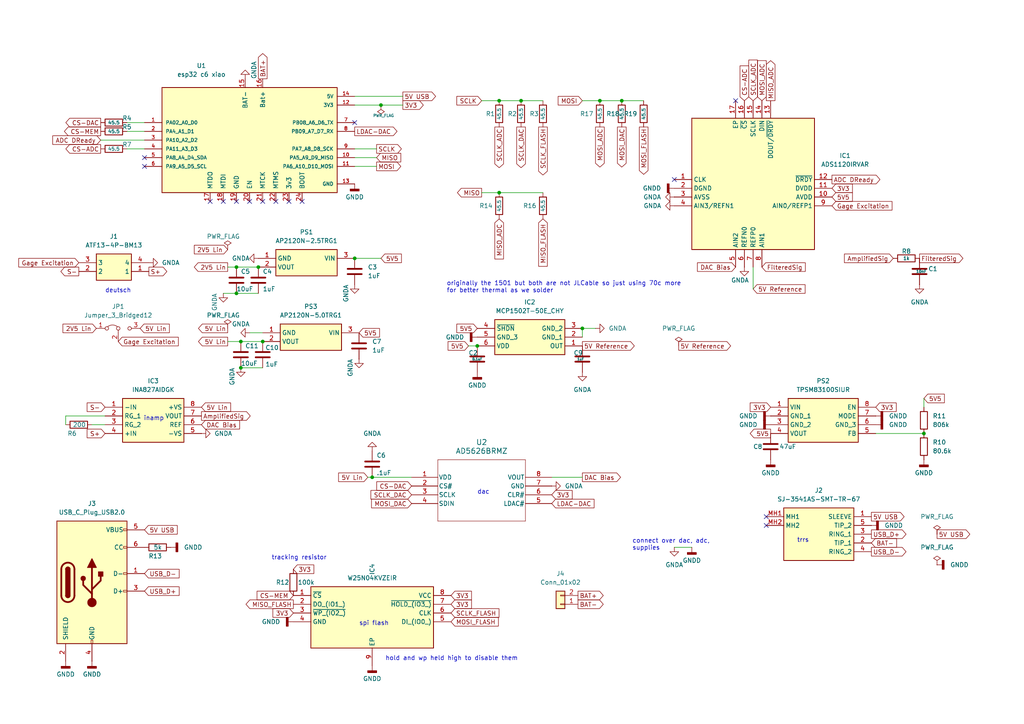
<source format=kicad_sch>
(kicad_sch (version 20231120) (generator "eeschema") (generator_version "8.0")
  (paper "A4")
  (junction (at 69.85 99.06))
  (junction (at 69.85 106.68))
  (junction (at 144.78 55.88))
  (junction (at 74.93 77.47))
  (junction (at 68.58 85.09))
  (junction (at 180.34 29.21))
  (junction (at 107.95 138.43))
  (junction (at 102.87 74.93))
  (junction (at 168.91 95.25))
  (junction (at 267.97 125.73))
  (junction (at 144.78 29.21))
  (junction (at 138.43 100.33))
  (junction (at 76.2 99.06))
  (junction (at 110.49 30.48))
  (junction (at 173.99 29.21))
  (junction (at 151.13 29.21))
  (junction (at 68.58 77.47))
  (no_connect (at 41.91 45.72))
  (no_connect (at 222.25 152.4))
  (no_connect (at 213.36 29.21))
  (no_connect (at 80.01 58.42))
  (no_connect (at 83.82 58.42))
  (no_connect (at 76.2 58.42))
  (no_connect (at 102.87 35.56))
  (no_connect (at 64.77 58.42))
  (no_connect (at 60.96 58.42))
  (no_connect (at 41.91 48.26))
  (no_connect (at 87.63 58.42))
  (no_connect (at 68.58 58.42))
  (no_connect (at 195.58 52.07))
  (no_connect (at 222.25 149.86))
  (no_connect (at 72.39 58.42))
  (wire (pts (xy 72.39 96.52) (xy 76.2 96.52)))
  (wire (pts (xy 26.67 123.19) (xy 30.48 123.19)))
  (wire (pts (xy 218.44 77.47) (xy 218.44 83.82)))
  (wire (pts (xy 36.83 38.1) (xy 41.91 38.1)))
  (wire (pts (xy 109.22 43.18) (xy 102.87 43.18)))
  (wire (pts (xy 254 125.73) (xy 267.97 125.73)))
  (wire (pts (xy 168.91 138.43) (xy 160.02 138.43)))
  (wire (pts (xy 107.95 138.43) (xy 119.38 138.43)))
  (wire (pts (xy 139.7 55.88) (xy 144.78 55.88)))
  (wire (pts (xy 195.58 158.75) (xy 200.66 158.75)))
  (wire (pts (xy 135.89 100.33) (xy 138.43 100.33)))
  (wire (pts (xy 69.85 106.68) (xy 76.2 106.68)))
  (wire (pts (xy 66.04 77.47) (xy 68.58 77.47)))
  (wire (pts (xy 102.87 27.94) (xy 116.84 27.94)))
  (wire (pts (xy 151.13 29.21) (xy 157.48 29.21)))
  (wire (pts (xy 29.21 40.64) (xy 41.91 40.64)))
  (wire (pts (xy 64.77 85.09) (xy 68.58 85.09)))
  (wire (pts (xy 36.83 43.18) (xy 41.91 43.18)))
  (wire (pts (xy 267.97 115.57) (xy 267.97 118.11)))
  (wire (pts (xy 102.87 30.48) (xy 110.49 30.48)))
  (wire (pts (xy 139.7 29.21) (xy 144.78 29.21)))
  (wire (pts (xy 109.22 45.72) (xy 102.87 45.72)))
  (wire (pts (xy 168.91 95.25) (xy 168.91 97.79)))
  (wire (pts (xy 180.34 29.21) (xy 186.69 29.21)))
  (wire (pts (xy 19.05 120.65) (xy 19.05 123.19)))
  (wire (pts (xy 106.68 138.43) (xy 107.95 138.43)))
  (wire (pts (xy 144.78 29.21) (xy 151.13 29.21)))
  (wire (pts (xy 36.83 35.56) (xy 41.91 35.56)))
  (wire (pts (xy 66.04 99.06) (xy 69.85 99.06)))
  (wire (pts (xy 68.58 77.47) (xy 74.93 77.47)))
  (wire (pts (xy 68.58 85.09) (xy 74.93 85.09)))
  (wire (pts (xy 69.85 99.06) (xy 76.2 99.06)))
  (wire (pts (xy 173.99 29.21) (xy 180.34 29.21)))
  (wire (pts (xy 168.91 29.21) (xy 173.99 29.21)))
  (wire (pts (xy 30.48 120.65) (xy 19.05 120.65)))
  (wire (pts (xy 109.22 48.26) (xy 102.87 48.26)))
  (wire (pts (xy 110.49 74.93) (xy 102.87 74.93)))
  (wire (pts (xy 110.49 30.48) (xy 116.84 30.48)))
  (wire (pts (xy 144.78 55.88) (xy 157.48 55.88)))
  (wire (pts (xy 168.91 95.25) (xy 172.72 95.25)))
  (text "deutsch" (at 30.48 85.09 0) (effects (font (size 1.27 1.27)) (justify left bottom)))
  (text "connect over dac, adc,\nsupplies" (at 183.388 159.766 0) (effects (font (size 1.27 1.27)) (justify left bottom)))
  (text "originally the 1501 but both are not JLCable so just using 70c more \nfor better thermal as we solder" (at 129.54 85.09 0) (effects (font (size 1.27 1.27)) (justify left bottom)))
  (text "trrs" (at 231.14 157.48 0) (effects (font (size 1.27 1.27)) (justify left bottom)))
  (text "spi flash" (at 104.14 181.61 0) (effects (font (size 1.27 1.27)) (justify left bottom)))
  (text "hold and wp held high to disable them" (at 111.76 191.77 0) (effects (font (size 1.27 1.27)) (justify left bottom)))
  (text "dac" (at 138.43 143.51 0) (effects (font (size 1.27 1.27)) (justify left bottom)))
  (text "inamp" (at 41.656 122.174 0) (effects (font (size 1.27 1.27)) (justify left bottom)))
  (text "tracking resistor" (at 78.74 162.56 0) (effects (font (size 1.27 1.27)) (justify left bottom)))
  (global_label "BAT+" (shape output) (at 76.2 22.86 90) (property "Intersheetrefs" "${INTERSHEET_REFS}" (effects (hide yes))))
  (global_label "5V5" (shape output) (at 223.52 125.73 180) (property "Intersheetrefs" "${INTERSHEET_REFS}" (effects (hide yes))))
  (global_label "SCLK_ADC" (shape output) (at 144.78 36.83 270) (property "Intersheetrefs" "${INTERSHEET_REFS}" (effects (hide yes))))
  (global_label "LDAC-DAC" (shape input) (at 160.02 146.05 0) (property "Intersheetrefs" "${INTERSHEET_REFS}" (effects (hide yes))))
  (global_label "5V5" (shape input) (at 104.14 96.52 0) (property "Intersheetrefs" "${INTERSHEET_REFS}" (effects (hide yes))))
  (global_label "AmplifiedSig" (shape output) (at 58.42 120.65 0) (property "Intersheetrefs" "${INTERSHEET_REFS}" (effects (hide yes))))
  (global_label "5V Lin" (shape input) (at 40.64 95.25 0) (property "Intersheetrefs" "${INTERSHEET_REFS}" (effects (hide yes))))
  (global_label "MOSI_DAC" (shape output) (at 180.34 36.83 270) (property "Intersheetrefs" "${INTERSHEET_REFS}" (effects (hide yes))))
  (global_label "5V Lin" (shape input) (at 58.42 118.11 0) (property "Intersheetrefs" "${INTERSHEET_REFS}" (effects (hide yes))))
  (global_label "3V3" (shape input) (at 130.81 175.26 0) (property "Intersheetrefs" "${INTERSHEET_REFS}" (effects (hide yes))))
  (global_label "BAT-" (shape input) (at 252.73 157.48 0) (property "Intersheetrefs" "${INTERSHEET_REFS}" (effects (hide yes))))
  (global_label "BAT+" (shape output) (at 167.64 172.72 0) (property "Intersheetrefs" "${INTERSHEET_REFS}" (effects (hide yes))))
  (global_label "MOSI_FLASH" (shape output) (at 186.69 36.83 270) (property "Intersheetrefs" "${INTERSHEET_REFS}" (effects (hide yes))))
  (global_label "BAT-" (shape output) (at 167.64 175.26 0) (property "Intersheetrefs" "${INTERSHEET_REFS}" (effects (hide yes))))
  (global_label "3V3" (shape input) (at 85.09 165.1 0) (property "Intersheetrefs" "${INTERSHEET_REFS}" (effects (hide yes))))
  (global_label "S-" (shape output) (at 22.86 78.74 180) (property "Intersheetrefs" "${INTERSHEET_REFS}" (effects (hide yes))))
  (global_label "CS-ADC" (shape output) (at 29.21 43.18 180) (property "Intersheetrefs" "${INTERSHEET_REFS}" (effects (hide yes))))
  (global_label "CS-DAC" (shape input) (at 119.38 140.97 180) (property "Intersheetrefs" "${INTERSHEET_REFS}" (effects (hide yes))))
  (global_label "SCLK" (shape output) (at 109.22 43.18 0) (property "Intersheetrefs" "${INTERSHEET_REFS}" (effects (hide yes))))
  (global_label "USB_D+" (shape input) (at 41.91 171.45 0) (property "Intersheetrefs" "${INTERSHEET_REFS}" (effects (hide yes))))
  (global_label "CS-MEM" (shape output) (at 29.21 38.1 180) (property "Intersheetrefs" "${INTERSHEET_REFS}" (effects (hide yes))))
  (global_label "MOSI_FLASH" (shape input) (at 130.81 180.34 0) (property "Intersheetrefs" "${INTERSHEET_REFS}" (effects (hide yes))))
  (global_label "3V3" (shape input) (at 85.09 177.8 180) (property "Intersheetrefs" "${INTERSHEET_REFS}" (effects (hide yes))))
  (global_label "MOSI" (shape output) (at 109.22 48.26 0) (property "Intersheetrefs" "${INTERSHEET_REFS}" (effects (hide yes))))
  (global_label "3V3" (shape input) (at 223.52 118.11 180) (property "Intersheetrefs" "${INTERSHEET_REFS}" (effects (hide yes))))
  (global_label "SCLK_DAC" (shape output) (at 151.13 36.83 270) (property "Intersheetrefs" "${INTERSHEET_REFS}" (effects (hide yes))))
  (global_label "MISO" (shape output) (at 139.7 55.88 180) (property "Intersheetrefs" "${INTERSHEET_REFS}" (effects (hide yes))))
  (global_label "5V Lin" (shape output) (at 66.04 95.25 180) (property "Intersheetrefs" "${INTERSHEET_REFS}" (effects (hide yes))))
  (global_label "2V5 Lin" (shape input) (at 27.94 95.25 180) (property "Intersheetrefs" "${INTERSHEET_REFS}" (effects (hide yes))))
  (global_label "CS-ADC" (shape input) (at 215.9 29.21 90) (property "Intersheetrefs" "${INTERSHEET_REFS}" (effects (hide yes))))
  (global_label "ADC DReady" (shape output) (at 241.3 52.07 0) (property "Intersheetrefs" "${INTERSHEET_REFS}" (effects (hide yes))))
  (global_label "3V3" (shape input) (at 130.81 172.72 0) (property "Intersheetrefs" "${INTERSHEET_REFS}" (effects (hide yes))))
  (global_label "LDAC-DAC" (shape output) (at 102.87 38.1 0) (property "Intersheetrefs" "${INTERSHEET_REFS}" (effects (hide yes))))
  (global_label "Gage Excitation" (shape input) (at 34.29 99.06 0) (property "Intersheetrefs" "${INTERSHEET_REFS}" (effects (hide yes))))
  (global_label "MOSI" (shape input) (at 168.91 29.21 180) (property "Intersheetrefs" "${INTERSHEET_REFS}" (effects (hide yes))))
  (global_label "5V USB" (shape output) (at 271.78 154.94 0) (property "Intersheetrefs" "${INTERSHEET_REFS}" (effects (hide yes))))
  (global_label "3V3" (shape output) (at 116.84 30.48 0) (property "Intersheetrefs" "${INTERSHEET_REFS}" (effects (hide yes))))
  (global_label "5V USB" (shape output) (at 252.73 149.86 0) (property "Intersheetrefs" "${INTERSHEET_REFS}" (effects (hide yes))))
  (global_label "SCLK_FLASH" (shape output) (at 157.48 36.83 270) (property "Intersheetrefs" "${INTERSHEET_REFS}" (effects (hide yes))))
  (global_label "MISO_FLASH" (shape output) (at 85.09 175.26 180) (property "Intersheetrefs" "${INTERSHEET_REFS}" (effects (hide yes))))
  (global_label "3V3" (shape input) (at 160.02 143.51 0) (property "Intersheetrefs" "${INTERSHEET_REFS}" (effects (hide yes))))
  (global_label "MISO_FLASH" (shape input) (at 157.48 63.5 270) (property "Intersheetrefs" "${INTERSHEET_REFS}" (effects (hide yes))))
  (global_label "SCLK_ADC" (shape input) (at 218.44 29.21 90) (property "Intersheetrefs" "${INTERSHEET_REFS}" (effects (hide yes))))
  (global_label "USB_D-" (shape output) (at 252.73 160.02 0) (property "Intersheetrefs" "${INTERSHEET_REFS}" (effects (hide yes))))
  (global_label "MOSI_DAC" (shape input) (at 119.38 146.05 180) (property "Intersheetrefs" "${INTERSHEET_REFS}" (effects (hide yes))))
  (global_label "MISO" (shape input) (at 109.22 45.72 0) (property "Intersheetrefs" "${INTERSHEET_REFS}" (effects (hide yes))))
  (global_label "5V Lin" (shape output) (at 66.04 99.06 180) (property "Intersheetrefs" "${INTERSHEET_REFS}" (effects (hide yes))))
  (global_label "5V Reference" (shape output) (at 168.91 100.33 0) (property "Intersheetrefs" "${INTERSHEET_REFS}" (effects (hide yes))))
  (global_label "Gage Excitation" (shape input) (at 22.86 76.2 180) (property "Intersheetrefs" "${INTERSHEET_REFS}" (effects (hide yes))))
  (global_label "5V Lin" (shape input) (at 106.68 138.43 180) (property "Intersheetrefs" "${INTERSHEET_REFS}" (effects (hide yes))))
  (global_label "SCLK_DAC" (shape input) (at 119.38 143.51 180) (property "Intersheetrefs" "${INTERSHEET_REFS}" (effects (hide yes))))
  (global_label "MISO_ADC" (shape input) (at 144.78 63.5 270) (property "Intersheetrefs" "${INTERSHEET_REFS}" (effects (hide yes))))
  (global_label "USB_D-" (shape input) (at 41.91 166.37 0) (property "Intersheetrefs" "${INTERSHEET_REFS}" (effects (hide yes))))
  (global_label "DAC Bias" (shape input) (at 213.36 77.47 180) (property "Intersheetrefs" "${INTERSHEET_REFS}" (effects (hide yes))))
  (global_label "2V5 Lin" (shape output) (at 66.04 77.47 180) (property "Intersheetrefs" "${INTERSHEET_REFS}" (effects (hide yes))))
  (global_label "SCLK" (shape input) (at 139.7 29.21 180) (property "Intersheetrefs" "${INTERSHEET_REFS}" (effects (hide yes))))
  (global_label "MISO_ADC" (shape output) (at 223.52 29.21 90) (property "Intersheetrefs" "${INTERSHEET_REFS}" (effects (hide yes))))
  (global_label "AmplifiedSig" (shape input) (at 259.08 74.93 180) (property "Intersheetrefs" "${INTERSHEET_REFS}" (effects (hide yes))))
  (global_label "3V3" (shape input) (at 254 118.11 0) (property "Intersheetrefs" "${INTERSHEET_REFS}" (effects (hide yes))))
  (global_label "CS-MEM" (shape input) (at 85.09 172.72 180) (property "Intersheetrefs" "${INTERSHEET_REFS}" (effects (hide yes))))
  (global_label "2V5 Lin" (shape input) (at 66.04 72.39 180) (property "Intersheetrefs" "${INTERSHEET_REFS}" (effects (hide yes))))
  (global_label "MOSI_ADC" (shape output) (at 173.99 36.83 270) (property "Intersheetrefs" "${INTERSHEET_REFS}" (effects (hide yes))))
  (global_label "MOSI_ADC" (shape input) (at 220.98 29.21 90) (property "Intersheetrefs" "${INTERSHEET_REFS}" (effects (hide yes))))
  (global_label "5V5" (shape input) (at 110.49 74.93 0) (property "Intersheetrefs" "${INTERSHEET_REFS}" (effects (hide yes))))
  (global_label "USB_D+" (shape output) (at 252.73 154.94 0) (property "Intersheetrefs" "${INTERSHEET_REFS}" (effects (hide yes))))
  (global_label "DAC Bias" (shape output) (at 168.91 138.43 0) (property "Intersheetrefs" "${INTERSHEET_REFS}" (effects (hide yes))))
  (global_label "FilteredSig" (shape output) (at 266.7 74.93 0) (property "Intersheetrefs" "${INTERSHEET_REFS}" (effects (hide yes))))
  (global_label "5V USB" (shape input) (at 41.91 153.67 0) (property "Intersheetrefs" "${INTERSHEET_REFS}" (effects (hide yes))))
  (global_label "5V Reference" (shape output) (at 196.85 100.33 0) (property "Intersheetrefs" "${INTERSHEET_REFS}" (effects (hide yes))))
  (global_label "5V5" (shape input) (at 135.89 100.33 180) (property "Intersheetrefs" "${INTERSHEET_REFS}" (effects (hide yes))))
  (global_label "S+" (shape output) (at 43.18 78.74 0) (property "Intersheetrefs" "${INTERSHEET_REFS}" (effects (hide yes))))
  (global_label "S-" (shape input) (at 30.48 118.11 180) (property "Intersheetrefs" "${INTERSHEET_REFS}" (effects (hide yes))))
  (global_label "5V Reference" (shape input) (at 218.44 83.82 0) (property "Intersheetrefs" "${INTERSHEET_REFS}" (effects (hide yes))))
  (global_label "5V5" (shape input) (at 267.97 115.57 0) (property "Intersheetrefs" "${INTERSHEET_REFS}" (effects (hide yes))))
  (global_label "5V5" (shape input) (at 241.3 57.15 0) (property "Intersheetrefs" "${INTERSHEET_REFS}" (effects (hide yes))))
  (global_label "SCLK_FLASH" (shape input) (at 130.81 177.8 0) (property "Intersheetrefs" "${INTERSHEET_REFS}" (effects (hide yes))))
  (global_label "5V5" (shape input) (at 138.43 95.25 180) (property "Intersheetrefs" "${INTERSHEET_REFS}" (effects (hide yes))))
  (global_label "DAC Bias" (shape input) (at 58.42 123.19 0) (property "Intersheetrefs" "${INTERSHEET_REFS}" (effects (hide yes))))
  (global_label "5V USB" (shape output) (at 116.84 27.94 0) (property "Intersheetrefs" "${INTERSHEET_REFS}" (effects (hide yes))))
  (global_label "S+" (shape input) (at 30.48 125.73 180) (property "Intersheetrefs" "${INTERSHEET_REFS}" (effects (hide yes))))
  (global_label "FilteredSig" (shape input) (at 220.98 77.47 0) (property "Intersheetrefs" "${INTERSHEET_REFS}" (effects (hide yes))))
  (global_label "ADC DReady" (shape input) (at 29.21 40.64 180) (property "Intersheetrefs" "${INTERSHEET_REFS}" (effects (hide yes))))
  (global_label "CS-DAC" (shape output) (at 29.21 35.56 180) (property "Intersheetrefs" "${INTERSHEET_REFS}" (effects (hide yes))))
  (global_label "Gage Excitation" (shape input) (at 241.3 59.69 0) (property "Intersheetrefs" "${INTERSHEET_REFS}" (effects (hide yes))))
  (global_label "3V3" (shape input) (at 241.3 54.61 0) (property "Intersheetrefs" "${INTERSHEET_REFS}" (effects (hide yes))))
  (symbol (lib_id "Device:R") (at 144.78 59.69 180) (unit 1)
    (property "Reference" "R14" (at 140.97 59.69 0))
    (property "Value" "45.5" (at 144.78 59.69 90) (effects (font (size 1 1))))
    (property "Footprint" "Resistor_SMD:R_0402_1005Metric" (effects (hide yes)))
    (property "Description" "Resistor" (effects (hide yes)))
  )
  (symbol (lib_id "21xt_symbols:UCB_C_PLACE") (at 26.67 168.91 0) (unit 1)
    (property "Reference" "J3" (at 26.67 146.05 0))
    (property "Value" "USB_C_Plug_USB2.0" (at 26.67 148.59 0))
    (property "Footprint" "21xt_footprints:USB_C_PLACE" (effects (hide yes)))
  )
  (symbol (lib_id "21xt_symbols:INA827AIDGK") (at 30.48 118.11 0) (unit 1)
    (property "Reference" "IC3" (at 44.45 110.49 0))
    (property "Value" "INA827AIDGK" (at 44.45 113.03 0))
    (property "Footprint" "21xt_footprints:INA827AIDGK" (effects (hide yes)))
    (property "Datasheet" "http://www.ti.com/lit/ds/symlink/ina827.pdf" (effects (hide yes)))
    (property "Description" "Texas Instruments INA827AIDGK Instrumentation Amplifier, 150uV Offset 600kHz GBW, CMMR 88dB, 2.7  36 V, 8-Pin" (effects (hide yes)))
    (property "Height" "1.1" (effects (hide yes)))
    (property "Mouser Part Number" "595-INA827AIDGK" (effects (hide yes)))
    (property "Mouser Price/Stock" "https://www.mouser.co.uk/ProductDetail/Texas-Instruments/INA827AIDGK?qs=4whTb%2F0XQMjCMY8OfLWUhA%3D%3D" (effects (hide yes)))
    (property "Manufacturer_Name" "Texas Instruments" (effects (hide yes)))
    (property "Manufacturer_Part_Number" "INA827AIDGK" (effects (hide yes)))
  )
  (symbol (lib_id "power:GNDA") (at 107.95 130.81 180) (unit 1)
    (property "Reference" "#PWR016" (effects (hide yes)))
    (property "Value" "GNDA" (at 107.95 125.73 0))
    (property "Description" "Power symbol creates a global label with name \"GNDA\" , analog ground" (effects (hide yes)))
  )
  (symbol (lib_id "Connector_Generic:Conn_01x02") (at 162.56 175.26 180) (unit 1)
    (property "Reference" "J4" (at 162.56 166.37 0))
    (property "Value" "Conn_01x02" (at 162.56 168.91 0))
    (property "Footprint" "Connector_JST:JST_PH_S2B-PH-K_1x02_P2.00mm_Horizontal" (effects (hide yes)))
    (property "Description" "Generic connector, single row, 01x02, script generated (kicad-library-utils/schlib/autogen/connector/)" (effects (hide yes)))
  )
  (symbol (lib_id "21xt_symbols:W25N04KVZEIR") (at 85.09 172.72 0) (unit 1)
    (property "Reference" "IC4" (at 107.95 165.1 90))
    (property "Value" "W25N04KVZEIR" (at 107.95 167.64 0))
    (property "Footprint" "21xt_footprints:SON127P800X600X80-9N-D" (effects (hide yes)))
    (property "Datasheet" "https://www.winbond.com/hq/search-resource-file.jsp?partNo=W25N04KVZEIR&type=datasheet" (effects (hide yes)))
    (property "Description" "FLASH - NAND Memory IC 4Gbit SPI - Quad I/O 104 MHz 8-WSON (8x6)" (effects (hide yes)))
    (property "Height" "0.8" (effects (hide yes)))
    (property "Mouser Part Number" "454-W25N04KVZEIR" (effects (hide yes)))
    (property "Mouser Price/Stock" "https://www.mouser.co.uk/ProductDetail/Winbond/W25N04KVZEIR?qs=YwPsRIUVAOdveyibmg1m8Q%3D%3D" (effects (hide yes)))
    (property "Manufacturer_Name" "Winbond" (effects (hide yes)))
    (property "Manufacturer_Part_Number" "W25N04KVZEIR" (effects (hide yes)))
  )
  (symbol (lib_id "power:GNDD") (at 26.67 191.77 0) (unit 1)
    (property "Reference" "#PWR031" (effects (hide yes)))
    (property "Value" "GNDD" (at 26.67 195.58 0))
    (property "Description" "Power symbol creates a global label with name \"GNDD\" , digital ground" (effects (hide yes)))
  )
  (symbol (lib_id "power:GNDD") (at 223.52 123.19 270) (unit 1)
    (property "Reference" "#PWR019" (effects (hide yes)))
    (property "Value" "GNDD" (at 219.71 123.19 90) (effects (justify right)))
    (property "Description" "Power symbol creates a global label with name \"GNDD\" , digital ground" (effects (hide yes)))
  )
  (symbol (lib_id "21xt_symbols:MCP1501T-50E_CHY") (at 168.91 100.33 180) (unit 1)
    (property "Reference" "IC2" (at 153.67 87.63 0))
    (property "Value" "MCP1502T-50E_CHY" (at 153.67 90.17 0))
    (property "Footprint" "21xt_footprints:SOT95P280X145-6N" (effects (hide yes)))
    (property "Datasheet" "https://ww1.microchip.com/downloads/aemDocuments/documents/MSLD/ProductDocuments/DataSheets/MCP1501-Data-Sheet-DS20005474F.pdf" (effects (hide yes)))
    (property "Description" "Series Voltage Reference IC Fixed 5V V +/-0.1% 20 mA SOT-23-6" (effects (hide yes)))
    (property "Height" "1.45" (effects (hide yes)))
    (property "Mouser Part Number" "579-MCP1501T-50E/CHY" (effects (hide yes)))
    (property "Mouser Price/Stock" "https://www.mouser.co.uk/ProductDetail/Microchip-Technology/MCP1501T-50E-CHY?qs=Li%252BoUPsLEnt6h%2FnXwes%252BxQ%3D%3D" (effects (hide yes)))
    (property "Manufacturer_Name" "Microchip" (effects (hide yes)))
    (property "Manufacturer_Part_Number" "MCP1501T-50E/CHY" (effects (hide yes)))
  )
  (symbol (lib_id "power:GNDA") (at 102.87 82.55 0) (unit 1)
    (property "Reference" "#PWR010" (effects (hide yes)))
    (property "Value" "GNDA" (at 100.33 85.09 90))
    (property "Description" "Power symbol creates a global label with name \"GNDA\" , analog ground" (effects (hide yes)))
  )
  (symbol (lib_id "Device:C") (at 102.87 78.74 0) (unit 1)
    (property "Reference" "C3" (at 106.68 77.47 0) (effects (justify left)))
    (property "Value" "1uF" (at 106.68 80.01 0) (effects (justify left)))
    (property "Footprint" "Capacitor_SMD:C_0402_1005Metric" (effects (hide yes)))
    (property "Description" "Unpolarized capacitor" (effects (hide yes)))
  )
  (symbol (lib_id "power:PWR_FLAG") (at 271.78 163.83 0) (unit 1)
    (property "Reference" "#FLG04" (effects (hide yes)))
    (property "Value" "PWR_FLAG" (at 271.78 158.75 0))
    (property "Description" "Special symbol for telling ERC where power comes from" (effects (hide yes)))
  )
  (symbol (lib_id "power:GNDD") (at 102.87 53.34 0) (unit 1)
    (property "Reference" "#PWR01" (effects (hide yes)))
    (property "Value" "GNDD" (at 102.87 57.15 0))
    (property "Description" "Power symbol creates a global label with name \"GNDD\" , digital ground" (effects (hide yes)))
  )
  (symbol (lib_id "power:GNDD") (at 195.58 54.61 270) (unit 1)
    (property "Reference" "#PWR02" (effects (hide yes)))
    (property "Value" "GNDD" (at 191.77 54.61 90) (effects (justify right)))
    (property "Description" "Power symbol creates a global label with name \"GNDD\" , digital ground" (effects (hide yes)))
  )
  (symbol (lib_id "Device:C") (at 266.7 78.74 0) (unit 1)
    (property "Reference" "C1" (at 269.24 77.978 0) (effects (justify left)))
    (property "Value" "10nF" (at 265.684 78.74 0) (effects (font (size 0.8 0.8)) (justify left)))
    (property "Footprint" "Capacitor_SMD:C_0402_1005Metric" (effects (hide yes)))
    (property "Description" "Unpolarized capacitor" (effects (hide yes)))
  )
  (symbol (lib_id "Device:R") (at 267.97 121.92 180) (unit 1)
    (property "Reference" "R11" (at 270.51 120.65 0) (effects (justify right)))
    (property "Value" "806k" (at 270.51 123.19 0) (effects (justify right)))
    (property "Footprint" "Resistor_SMD:R_0402_1005Metric" (effects (hide yes)))
    (property "Description" "Resistor" (effects (hide yes)))
  )
  (symbol (lib_id "power:GNDD") (at 267.97 133.35 0) (unit 1)
    (property "Reference" "#PWR021" (effects (hide yes)))
    (property "Value" "GNDD" (at 267.97 137.16 0))
    (property "Description" "Power symbol creates a global label with name \"GNDD\" , digital ground" (effects (hide yes)))
  )
  (symbol (lib_id "Device:C") (at 138.43 104.14 0) (unit 1)
    (property "Reference" "C2" (at 135.89 102.362 0) (effects (justify left)))
    (property "Value" "0.1uF" (at 136.906 104.14 0) (effects (font (size 0.7 0.7)) (justify left)))
    (property "Footprint" "Capacitor_SMD:C_0402_1005Metric" (effects (hide yes)))
    (property "Description" "Unpolarized capacitor" (effects (hide yes)))
  )
  (symbol (lib_id "Device:R") (at 180.34 33.02 180) (unit 1)
    (property "Reference" "R18" (at 177.8 33.02 0))
    (property "Value" "45.5" (at 180.34 33.02 90) (effects (font (size 1 1))))
    (property "Footprint" "Resistor_SMD:R_0402_1005Metric" (effects (hide yes)))
    (property "Description" "Resistor" (effects (hide yes)))
  )
  (symbol (lib_id "power:GNDA") (at 172.72 95.25 90) (unit 1)
    (property "Reference" "#PWR06" (effects (hide yes)))
    (property "Value" "GNDA" (at 176.53 95.25 90) (effects (justify right)))
    (property "Description" "Power symbol creates a global label with name \"GNDA\" , analog ground" (effects (hide yes)))
  )
  (symbol (lib_id "21xt_symbols:SJ-3541AS-SMT-TR-67") (at 222.25 149.86 0) (unit 1)
    (property "Reference" "J2" (at 237.49 142.24 0))
    (property "Value" "SJ-3541AS-SMT-TR-67" (at 237.49 144.78 0))
    (property "Footprint" "21xt_footprints:SJ3541ASSMTTR67" (effects (hide yes)))
    (property "Datasheet" "https://www.cui.com/product/resource/sj-3541as-smt-tr-67.pdf" (effects (hide yes)))
    (property "Description" "Stereo Jack, IP67, 3.5, 5 conductor, smt,  no switches, shield, T&R package" (effects (hide yes)))
    (property "Height" "5.65" (effects (hide yes)))
    (property "Manufacturer_Name" "Same Sky" (effects (hide yes)))
    (property "Manufacturer_Part_Number" "SJ-3541AS-SMT-TR-67" (effects (hide yes)))
    (property "Arrow Part Number" "SJ-3541AS-SMT-TR-67" (effects (hide yes)))
    (property "Arrow Price/Stock" "https://www.arrow.com/en/products/sj-3541as-smt-tr-67/cui-devices" (effects (hide yes)))
  )
  (symbol (lib_id "Device:R") (at 33.02 43.18 90) (unit 1)
    (property "Reference" "R7" (at 36.83 41.91 90))
    (property "Value" "45.5" (at 33.02 43.18 90) (effects (font (size 1 1))))
    (property "Footprint" "Resistor_SMD:R_0402_1005Metric" (effects (hide yes)))
    (property "Description" "Resistor" (effects (hide yes)))
  )
  (symbol (lib_id "power:PWR_FLAG") (at 66.04 95.25 0) (unit 1)
    (property "Reference" "#FLG05" (effects (hide yes)))
    (property "Value" "PWR_FLAG" (at 64.77 91.44 0))
    (property "Description" "Special symbol for telling ERC where power comes from" (effects (hide yes)))
  )
  (symbol (lib_id "Device:R") (at 85.09 168.91 0) (unit 1)
    (property "Reference" "R12" (at 80.01 168.91 0) (effects (justify left)))
    (property "Value" "100k" (at 86.36 168.91 0) (effects (justify left)))
    (property "Footprint" "Resistor_SMD:R_0402_1005Metric" (effects (hide yes)))
    (property "Description" "Resistor" (effects (hide yes)))
  )
  (symbol (lib_id "power:GNDA") (at 160.02 140.97 90) (unit 1)
    (property "Reference" "#PWR015" (effects (hide yes)))
    (property "Value" "GNDA" (at 163.83 140.97 90) (effects (justify right)))
    (property "Description" "Power symbol creates a global label with name \"GNDA\" , analog ground" (effects (hide yes)))
  )
  (symbol (lib_id "21xt_symbols:DTF13-4P-G003") (at 22.86 76.2 0) (unit 1)
    (property "Reference" "J1" (at 33.02 68.58 0))
    (property "Value" "ATF13-4P-BM13" (at 33.02 71.12 0))
    (property "Footprint" "21xt_footprints:DTF134PG003" (effects (hide yes)))
    (property "Datasheet" "https://www.te.com/commerce/DocumentDelivery/DDEController?Action=srchrtrv&DocNm=1-1773962-8&DocType=Data%20Sheet&DocLang=English&PartCntxt=DTF13-4P-G003&DocFormat=pdf" (effects (hide yes)))
    (property "Description" "Body Features: Primary Product Color Black | Configuration Features: Number of Sections 1 | Number of Rows 2 | Number of Positions 4 | PCB Mount Orientation Right Angle | Number of Signal Positions 4 | Contact Features: Mating Pin Diameter .063 INCH | Contact Type Pin | Contact Mating Area Plating Material Gold | Contact Current Rating (Max) 13 AMP | Contact Size Size 16 | Mating Pin Diameter 1.59 MM | Dimensions: Connector Width 27.18 MM | PCB Thickness (Recommended) .78  2.36 MM | Connector Length 1.31" (effects (hide yes)))
    (property "Height" "23.52" (effects (hide yes)))
    (property "Mouser Part Number" "571-DTF13-4P-G003" (effects (hide yes)))
    (property "Mouser Price/Stock" "https://www.mouser.co.uk/ProductDetail/TE-Connectivity-DEUTSCH/DTF13-4P-G003?qs=cgQJD%2FpJz0wMj4JqThO4Bw%3D%3D" (effects (hide yes)))
    (property "Manufacturer_Name" "TE Connectivity" (effects (hide yes)))
    (property "Manufacturer_Part_Number" "DTF13-4P-G003" (effects (hide yes)))
  )
  (symbol (lib_id "power:GNDA") (at 43.18 76.2 90) (unit 1)
    (property "Reference" "#PWR012" (effects (hide yes)))
    (property "Value" "GNDA" (at 49.53 76.2 90))
    (property "Description" "Power symbol creates a global label with name \"GNDA\" , analog ground" (effects (hide yes)))
  )
  (symbol (lib_id "power:GNDA") (at 71.12 22.86 180) (unit 1)
    (property "Reference" "#PWR033" (effects (hide yes)))
    (property "Value" "GNDA" (at 73.66 20.32 90))
    (property "Description" "Power symbol creates a global label with name \"GNDA\" , analog ground" (effects (hide yes)))
  )
  (symbol (lib_id "power:GNDD") (at 19.05 191.77 0) (unit 1)
    (property "Reference" "#PWR032" (effects (hide yes)))
    (property "Value" "GNDD" (at 19.05 195.58 0))
    (property "Description" "Power symbol creates a global label with name \"GNDD\" , digital ground" (effects (hide yes)))
  )
  (symbol (lib_id "power:GNDA") (at 64.77 85.09 0) (unit 1)
    (property "Reference" "#PWR09" (effects (hide yes)))
    (property "Value" "GNDA" (at 62.23 87.63 90))
    (property "Description" "Power symbol creates a global label with name \"GNDA\" , analog ground" (effects (hide yes)))
  )
  (symbol (lib_id "Device:R") (at 267.97 129.54 180) (unit 1)
    (property "Reference" "R10" (at 270.51 128.27 0) (effects (justify right)))
    (property "Value" "80.6k" (at 270.51 130.81 0) (effects (justify right)))
    (property "Footprint" "Resistor_SMD:R_0402_1005Metric" (effects (hide yes)))
    (property "Description" "Resistor" (effects (hide yes)))
  )
  (symbol (lib_id "Device:C") (at 68.58 81.28 0) (unit 1)
    (property "Reference" "C5" (at 69.85 78.74 0) (effects (justify left)))
    (property "Value" "10uF" (at 68.58 83.82 0) (effects (justify left)))
    (property "Footprint" "Capacitor_SMD:C_0402_1005Metric" (effects (hide yes)))
    (property "Description" "Unpolarized capacitor" (effects (hide yes)))
  )
  (symbol (lib_id "power:GNDD") (at 254 120.65 90) (mirror x) (unit 1)
    (property "Reference" "#PWR023" (effects (hide yes)))
    (property "Value" "GNDD" (at 257.81 120.65 90) (effects (justify right)))
    (property "Description" "Power symbol creates a global label with name \"GNDD\" , digital ground" (effects (hide yes)))
  )
  (symbol (lib_id "Jumper:Jumper_3_Bridged12") (at 34.29 95.25 0) (unit 1) (exclude_from_sim yes) (in_bom no)
    (property "Reference" "JP1" (at 34.29 88.9 0))
    (property "Value" "Jumper_3_Bridged12" (at 34.29 91.44 0))
    (property "Footprint" "21xt_footprints:SolderJumper-3_P2.0mm_Open_TrianglePad1.0x1.5mm" (effects (hide yes)))
    (property "Description" "Jumper, 3-pole, pins 1+2 closed/bridged" (effects (hide yes)))
  )
  (symbol (lib_id "Device:R") (at 262.89 74.93 90) (unit 1)
    (property "Reference" "R8" (at 262.89 72.898 90))
    (property "Value" "1k" (at 262.89 74.93 90) (effects (font (size 1 1))))
    (property "Footprint" "Resistor_SMD:R_0402_1005Metric" (effects (hide yes)))
    (property "Description" "Resistor" (effects (hide yes)))
  )
  (symbol (lib_id "21xt_symbols:ADS1120IRVAR") (at 195.58 52.07 0) (unit 1)
    (property "Reference" "IC1" (at 245.11 45.1419 0))
    (property "Value" "ADS1120IRVAR" (at 245.11 47.6819 0))
    (property "Footprint" "21xt_footprints:QFN50P350X350X100-17N-D" (effects (hide yes)))
    (property "Datasheet" "https://www.arrow.com/en/products/ads1120irvar/texas-instruments" (effects (hide yes)))
    (property "Description" "16-bit, 2-kSPS, 4-ch, low-power, small-size delta-sigma ADC with PGA, VREF, 2x IDACs & SPI interface" (effects (hide yes)))
    (property "Height" "1" (effects (hide yes)))
    (property "Mouser Part Number" "595-ADS1120IRVAR" (effects (hide yes)))
    (property "Mouser Price/Stock" "https://www.mouser.co.uk/ProductDetail/Texas-Instruments/ADS1120IRVAR?qs=%2Fd%252BFzHvH4c2AzmjDnnpHRQ%3D%3D" (effects (hide yes)))
    (property "Manufacturer_Name" "Texas Instruments" (effects (hide yes)))
    (property "Manufacturer_Part_Number" "ADS1120IRVAR" (effects (hide yes)))
  )
  (symbol (lib_id "power:GNDA") (at 58.42 125.73 90) (mirror x) (unit 1)
    (property "Reference" "#PWR013" (effects (hide yes)))
    (property "Value" "GNDA" (at 64.77 125.73 90))
    (property "Description" "Power symbol creates a global label with name \"GNDA\" , analog ground" (effects (hide yes)))
  )
  (symbol (lib_id "Device:C") (at 76.2 102.87 0) (unit 1)
    (property "Reference" "C10" (at 76.962 100.838 0) (effects (justify left)))
    (property "Value" "1uF" (at 76.962 105.664 0) (effects (justify left)))
    (property "Footprint" "Capacitor_SMD:C_0402_1005Metric" (effects (hide yes)))
    (property "Description" "Unpolarized capacitor" (effects (hide yes)))
  )
  (symbol (lib_id "power:GNDA") (at 69.85 106.68 0) (unit 1)
    (property "Reference" "#PWR034" (effects (hide yes)))
    (property "Value" "GNDA" (at 67.31 109.22 90))
    (property "Description" "Power symbol creates a global label with name \"GNDA\" , analog ground" (effects (hide yes)))
  )
  (symbol (lib_id "power:GNDD") (at 223.52 133.35 0) (unit 1)
    (property "Reference" "#PWR022" (effects (hide yes)))
    (property "Value" "GNDD" (at 223.52 137.16 0))
    (property "Description" "Power symbol creates a global label with name \"GNDD\" , digital ground" (effects (hide yes)))
  )
  (symbol (lib_id "power:GNDD") (at 271.78 163.83 90) (unit 1)
    (property "Reference" "#PWR027" (effects (hide yes)))
    (property "Value" "GNDD" (at 275.59 163.83 90) (effects (justify right)))
    (property "Description" "Power symbol creates a global label with name \"GNDD\" , digital ground" (effects (hide yes)))
  )
  (symbol (lib_id "Device:C") (at 104.14 100.33 0) (unit 1)
    (property "Reference" "C7" (at 107.95 99.06 0) (effects (justify left)))
    (property "Value" "1uF" (at 107.95 101.6 0) (effects (justify left)))
    (property "Footprint" "Capacitor_SMD:C_0402_1005Metric" (effects (hide yes)))
    (property "Description" "Unpolarized capacitor" (effects (hide yes)))
  )
  (symbol (lib_id "power:GNDD") (at 252.73 152.4 90) (unit 1)
    (property "Reference" "#PWR017" (effects (hide yes)))
    (property "Value" "GNDD" (at 256.54 152.4 90) (effects (justify right)))
    (property "Description" "Power symbol creates a global label with name \"GNDD\" , digital ground" (effects (hide yes)))
  )
  (symbol (lib_id "power:GNDD") (at 49.53 158.75 90) (unit 1)
    (property "Reference" "#PWR030" (effects (hide yes)))
    (property "Value" "GNDD" (at 53.34 158.75 90) (effects (justify right)))
    (property "Description" "Power symbol creates a global label with name \"GNDD\" , digital ground" (effects (hide yes)))
  )
  (symbol (lib_id "power:GNDA") (at 266.7 82.55 0) (unit 1)
    (property "Reference" "#PWR024" (effects (hide yes)))
    (property "Value" "GNDA" (at 266.7 87.63 0))
    (property "Description" "Power symbol creates a global label with name \"GNDA\" , analog ground" (effects (hide yes)))
  )
  (symbol (lib_id "21xt_symbols:AP2120N-5.0TRG1") (at 74.93 74.93 0) (unit 1)
    (property "Reference" "PS1" (at 88.9 67.31 0))
    (property "Value" "AP2120N-2.5TRG1" (at 88.9 69.85 0))
    (property "Footprint" "21xt_footprints:AP2120N-2.5TRG1" (effects (hide yes)))
    (property "Datasheet" "https://www.diodes.com//assets/Datasheets/AP2120.pdf" (effects (hide yes)))
    (property "Description" "Lin Reg 5V 150MA SOT23 for wsg" (effects (hide yes)))
    (property "Height" "1.2" (effects (hide yes)))
    (property "Mouser Part Number" "621-AP2120N-5.0TRG1" (effects (hide yes)))
    (property "Mouser Price/Stock" "https://www.mouser.co.uk/ProductDetail/Diodes-Incorporated/AP2120N-5.0TRG1?qs=M%2FOdCRO8QQ3JQu49DdtyIA%3D%3D" (effects (hide yes)))
    (property "Manufacturer_Name" "Diodes Incorporated" (effects (hide yes)))
    (property "Manufacturer_Part_Number" "AP2120N-5.0TRG1" (effects (hide yes)))
  )
  (symbol (lib_id "power:PWR_FLAG") (at 271.78 154.94 0) (unit 1)
    (property "Reference" "#FLG03" (effects (hide yes)))
    (property "Value" "PWR_FLAG" (at 271.78 149.86 0))
    (property "Description" "Special symbol for telling ERC where power comes from" (effects (hide yes)))
  )
  (symbol (lib_id "power:PWR_FLAG") (at 110.49 30.48 180) (unit 1)
    (property "Reference" "#FLG01" (effects (hide yes)))
    (property "Value" "PWR_FLAG" (at 111.252 33.528 0) (effects (font (size 0.8 0.8))))
    (property "Description" "Special symbol for telling ERC where power comes from" (effects (hide yes)))
  )
  (symbol (lib_id "power:GNDD") (at 138.43 97.79 270) (unit 1)
    (property "Reference" "#PWR05" (effects (hide yes)))
    (property "Value" "GNDD" (at 134.62 97.79 90) (effects (justify right)))
    (property "Description" "Power symbol creates a global label with name \"GNDD\" , digital ground" (effects (hide yes)))
  )
  (symbol (lib_id "Device:R") (at 144.78 33.02 180) (unit 1)
    (property "Reference" "R1" (at 142.24 33.02 0))
    (property "Value" "45.5" (at 144.78 33.02 90) (effects (font (size 1 1))))
    (property "Footprint" "Resistor_SMD:R_0402_1005Metric" (effects (hide yes)))
    (property "Description" "Resistor" (effects (hide yes)))
  )
  (symbol (lib_id "power:GNDA") (at 195.58 59.69 270) (unit 1)
    (property "Reference" "#PWR011" (effects (hide yes)))
    (property "Value" "GNDA" (at 189.23 59.69 90))
    (property "Description" "Power symbol creates a global label with name \"GNDA\" , analog ground" (effects (hide yes)))
  )
  (symbol (lib_id "Device:C") (at 69.85 102.87 0) (unit 1)
    (property "Reference" "C11" (at 71.12 100.33 0) (effects (justify left)))
    (property "Value" "10uF" (at 69.85 105.41 0) (effects (justify left)))
    (property "Footprint" "Capacitor_SMD:C_0402_1005Metric" (effects (hide yes)))
    (property "Description" "Unpolarized capacitor" (effects (hide yes)))
  )
  (symbol (lib_id "power:GNDA") (at 195.58 57.15 270) (unit 1)
    (property "Reference" "#PWR03" (effects (hide yes)))
    (property "Value" "GNDA" (at 191.77 57.15 90) (effects (justify right)))
    (property "Description" "Power symbol creates a global label with name \"GNDA\" , analog ground" (effects (hide yes)))
  )
  (symbol (lib_id "power:GNDA") (at 168.91 107.95 0) (unit 1)
    (property "Reference" "#PWR036" (effects (hide yes)))
    (property "Value" "GNDA" (at 168.91 113.03 0))
    (property "Description" "Power symbol creates a global label with name \"GNDA\" , analog ground" (effects (hide yes)))
  )
  (symbol (lib_id "21xt_symbols:102010388") (at 72.39 40.64 0) (unit 1)
    (property "Reference" "U1" (at 58.42 19.05 0))
    (property "Value" "esp32 c6 xiao" (at 58.42 21.59 0))
    (property "Footprint" "21xt_footprints:esp32 c6 smt" (effects (hide yes)))
    (property "Description" "Seeeduino XIAO Development Board, Pre-Soldered [Seeed Studio] 102010388 Seeeduino XIAO Development Board, Pre-Soldered" (effects (hide yes)))
    (property "MF" "Seeed Technology Co., Ltd" (effects (hide yes)))
    (property "MAXIMUM_PACKAGE_HEIGHT" "N/A" (effects (hide yes)))
    (property "Package" "None" (effects (hide yes)))
    (property "Price" "None" (effects (hide yes)))
    (property "Check_prices" "https://www.snapeda.com/parts/102010388/Seeed+Studio/view-part/?ref=eda" (effects (hide yes)))
    (property "STANDARD" "Manufacturer Recommendations" (effects (hide yes)))
    (property "PARTREV" "N/A" (effects (hide yes)))
    (property "SnapEDA_Link" "https://www.snapeda.com/parts/102010388/Seeed+Studio/view-part/?ref=snap" (effects (hide yes)))
    (property "MP" "102010388" (effects (hide yes)))
    (property "MANUFACTURER" "Seeed Technology" (effects (hide yes)))
    (property "Availability" "In Stock" (effects (hide yes)))
    (property "SNAPEDA_PN" "102010388" (effects (hide yes)))
  )
  (symbol (lib_id "Device:R") (at 157.48 33.02 180) (unit 1)
    (property "Reference" "R3" (at 154.94 33.02 0))
    (property "Value" "45.5" (at 157.48 33.02 90) (effects (font (size 1 1))))
    (property "Footprint" "Resistor_SMD:R_0402_1005Metric" (effects (hide yes)))
    (property "Description" "Resistor" (effects (hide yes)))
  )
  (symbol (lib_id "power:GNDA") (at 72.39 96.52 270) (unit 1)
    (property "Reference" "#PWR035" (effects (hide yes)))
    (property "Value" "GNDA" (at 69.85 93.98 90))
    (property "Description" "Power symbol creates a global label with name \"GNDA\" , analog ground" (effects (hide yes)))
  )
  (symbol (lib_id "Device:C") (at 107.95 134.62 0) (unit 1)
    (property "Reference" "C6" (at 109.22 132.08 0) (effects (justify left)))
    (property "Value" ".1uF" (at 109.22 137.16 0) (effects (justify left)))
    (property "Footprint" "Capacitor_SMD:C_0402_1005Metric" (effects (hide yes)))
    (property "Description" "Unpolarized capacitor" (effects (hide yes)))
  )
  (symbol (lib_id "power:PWR_FLAG") (at 196.85 100.33 0) (unit 1)
    (property "Reference" "#FLG06" (effects (hide yes)))
    (property "Value" "PWR_FLAG" (at 196.85 95.25 0))
    (property "Description" "Special symbol for telling ERC where power comes from" (effects (hide yes)))
  )
  (symbol (lib_id "power:GNDD") (at 200.66 158.75 0) (unit 1)
    (property "Reference" "#PWR028" (effects (hide yes)))
    (property "Value" "GNDD" (at 200.66 162.56 0))
    (property "Description" "Power symbol creates a global label with name \"GNDD\" , digital ground" (effects (hide yes)))
  )
  (symbol (lib_id "Device:C") (at 223.52 129.54 0) (unit 1)
    (property "Reference" "C8" (at 218.44 129.54 0) (effects (justify left)))
    (property "Value" "47uF" (at 226.06 129.54 0) (effects (justify left)))
    (property "Footprint" "Capacitor_SMD:C_0805_2012Metric" (effects (hide yes)))
    (property "Description" "Unpolarized capacitor" (effects (hide yes)))
  )
  (symbol (lib_id "Device:C") (at 168.91 104.14 0) (unit 1)
    (property "Reference" "C9" (at 166.37 102.362 0) (effects (justify left)))
    (property "Value" "1uF" (at 167.386 104.14 0) (effects (font (size 0.7 0.7)) (justify left)))
    (property "Footprint" "Capacitor_SMD:C_0402_1005Metric" (effects (hide yes)))
    (property "Description" "Unpolarized capacitor" (effects (hide yes)))
  )
  (symbol (lib_id "21xt_symbols:AD5626BRMZ") (at 119.38 138.43 0) (unit 1)
    (property "Reference" "U2" (at 139.7 128.27 0) (effects (font (size 1.524 1.524))))
    (property "Value" "AD5626BRMZ" (at 139.7 130.81 0) (effects (font (size 1.524 1.524))))
    (property "Footprint" "21xt_footprints:AD5626" (effects (hide yes)))
    (property "Datasheet" "AD5626BRMZ" (effects (hide yes)))
    (property "Description" "DAC for wsg, main" (effects (hide yes)))
  )
  (symbol (lib_id "power:GNDD") (at 254 123.19 90) (mirror x) (unit 1)
    (property "Reference" "#PWR020" (effects (hide yes)))
    (property "Value" "GNDD" (at 257.81 123.19 90) (effects (justify right)))
    (property "Description" "Power symbol creates a global label with name \"GNDD\" , digital ground" (effects (hide yes)))
  )
  (symbol (lib_id "power:PWR_FLAG") (at 66.04 72.39 0) (unit 1)
    (property "Reference" "#FLG02" (effects (hide yes)))
    (property "Value" "PWR_FLAG" (at 64.77 68.58 0))
    (property "Description" "Special symbol for telling ERC where power comes from" (effects (hide yes)))
  )
  (symbol (lib_id "Device:C") (at 74.93 81.28 0) (unit 1)
    (property "Reference" "C4" (at 76.2 78.74 0) (effects (justify left)))
    (property "Value" "1uF" (at 76.2 83.82 0) (effects (justify left)))
    (property "Footprint" "Capacitor_SMD:C_0402_1005Metric" (effects (hide yes)))
    (property "Description" "Unpolarized capacitor" (effects (hide yes)))
  )
  (symbol (lib_id "Device:R") (at 151.13 33.02 180) (unit 1)
    (property "Reference" "R2" (at 148.59 33.02 0))
    (property "Value" "45.5" (at 151.13 33.02 90) (effects (font (size 1 1))))
    (property "Footprint" "Resistor_SMD:R_0402_1005Metric" (effects (hide yes)))
    (property "Description" "Resistor" (effects (hide yes)))
  )
  (symbol (lib_id "power:GNDA") (at 195.58 158.75 0) (unit 1)
    (property "Reference" "#PWR029" (effects (hide yes)))
    (property "Value" "GNDA" (at 195.58 163.83 0))
    (property "Description" "Power symbol creates a global label with name \"GNDA\" , analog ground" (effects (hide yes)))
  )
  (symbol (lib_id "21xt_symbols:AP2120N-5.0TRG1") (at 76.2 96.52 0) (unit 1)
    (property "Reference" "PS3" (at 90.17 88.9 0))
    (property "Value" "AP2120N-5.0TRG1" (at 90.17 91.44 0))
    (property "Footprint" "21xt_footprints:AP2120N-5.0TRG1" (effects (hide yes)))
    (property "Datasheet" "https://www.diodes.com//assets/Datasheets/AP2120.pdf" (effects (hide yes)))
    (property "Description" "Lin Reg 5V 150MA SOT23 for wsg" (effects (hide yes)))
    (property "Height" "1.2" (effects (hide yes)))
    (property "Mouser Part Number" "621-AP2120N-5.0TRG1" (effects (hide yes)))
    (property "Mouser Price/Stock" "https://www.mouser.co.uk/ProductDetail/Diodes-Incorporated/AP2120N-5.0TRG1?qs=M%2FOdCRO8QQ3JQu49DdtyIA%3D%3D" (effects (hide yes)))
    (property "Manufacturer_Name" "Diodes Incorporated" (effects (hide yes)))
    (property "Manufacturer_Part_Number" "AP2120N-5.0TRG1" (effects (hide yes)))
  )
  (symbol (lib_id "power:GNDD") (at 223.52 120.65 270) (unit 1)
    (property "Reference" "#PWR018" (effects (hide yes)))
    (property "Value" "GNDD" (at 219.71 120.65 90) (effects (justify right)))
    (property "Description" "Power symbol creates a global label with name \"GNDD\" , digital ground" (effects (hide yes)))
  )
  (symbol (lib_id "power:GNDA") (at 104.14 104.14 0) (unit 1)
    (property "Reference" "#PWR014" (effects (hide yes)))
    (property "Value" "GNDA" (at 101.6 106.68 90))
    (property "Description" "Power symbol creates a global label with name \"GNDA\" , analog ground" (effects (hide yes)))
  )
  (symbol (lib_id "power:GNDD") (at 107.95 193.04 0) (unit 1)
    (property "Reference" "#PWR026" (effects (hide yes)))
    (property "Value" "GNDD" (at 107.95 196.85 0))
    (property "Description" "Power symbol creates a global label with name \"GNDD\" , digital ground" (effects (hide yes)))
  )
  (symbol (lib_id "Device:R") (at 33.02 35.56 90) (unit 1)
    (property "Reference" "R4" (at 36.83 34.29 90))
    (property "Value" "45.5" (at 33.02 35.56 90) (effects (font (size 1 1))))
    (property "Footprint" "Resistor_SMD:R_0402_1005Metric" (effects (hide yes)))
    (property "Description" "Resistor" (effects (hide yes)))
  )
  (symbol (lib_id "power:GNDA") (at 215.9 77.47 0) (unit 1)
    (property "Reference" "#PWR04" (effects (hide yes)))
    (property "Value" "GNDA" (at 214.63 81.28 0))
    (property "Description" "Power symbol creates a global label with name \"GNDA\" , analog ground" (effects (hide yes)))
  )
  (symbol (lib_id "Device:R") (at 186.69 33.02 180) (unit 1)
    (property "Reference" "R19" (at 182.88 33.02 0))
    (property "Value" "45.5" (at 186.69 33.02 90) (effects (font (size 1 1))))
    (property "Footprint" "Resistor_SMD:R_0402_1005Metric" (effects (hide yes)))
    (property "Description" "Resistor" (effects (hide yes)))
  )
  (symbol (lib_id "Device:R") (at 157.48 59.69 180) (unit 1)
    (property "Reference" "R16" (at 153.67 59.69 0))
    (property "Value" "45.5" (at 157.48 59.69 90) (effects (font (size 1 1))))
    (property "Footprint" "Resistor_SMD:R_0402_1005Metric" (effects (hide yes)))
    (property "Description" "Resistor" (effects (hide yes)))
  )
  (symbol (lib_id "Device:R") (at 45.72 158.75 90) (unit 1)
    (property "Reference" "R13" (at 46.99 161.29 90) (effects (justify left)))
    (property "Value" "5k" (at 46.99 158.75 90) (effects (justify left)))
    (property "Footprint" "Resistor_SMD:R_0402_1005Metric" (effects (hide yes)))
    (property "Description" "Resistor" (effects (hide yes)))
  )
  (symbol (lib_id "power:GNDD") (at 85.09 180.34 270) (unit 1)
    (property "Reference" "#PWR025" (effects (hide yes)))
    (property "Value" "GNDD" (at 81.28 180.34 90) (effects (justify right)))
    (property "Description" "Power symbol creates a global label with name \"GNDD\" , digital ground" (effects (hide yes)))
  )
  (symbol (lib_id "Device:R") (at 173.99 33.02 180) (unit 1)
    (property "Reference" "R17" (at 170.18 33.02 0))
    (property "Value" "45.5" (at 173.99 33.02 90) (effects (font (size 1 1))))
    (property "Footprint" "Resistor_SMD:R_0402_1005Metric" (effects (hide yes)))
    (property "Description" "Resistor" (effects (hide yes)))
  )
  (symbol (lib_id "power:GNDA") (at 74.93 74.93 270) (unit 1)
    (property "Reference" "#PWR08" (effects (hide yes)))
    (property "Value" "GNDA" (at 69.85 74.93 90))
    (property "Description" "Power symbol creates a global label with name \"GNDA\" , analog ground" (effects (hide yes)))
  )
  (symbol (lib_id "power:GNDD") (at 138.43 107.95 0) (unit 1)
    (property "Reference" "#PWR07" (effects (hide yes)))
    (property "Value" "GNDD" (at 138.43 111.76 0))
    (property "Description" "Power symbol creates a global label with name \"GNDD\" , digital ground" (effects (hide yes)))
  )
  (symbol (lib_id "Device:R") (at 33.02 38.1 90) (unit 1)
    (property "Reference" "R5" (at 36.83 36.83 90))
    (property "Value" "45.5" (at 33.02 38.1 90) (effects (font (size 1 1))))
    (property "Footprint" "Resistor_SMD:R_0402_1005Metric" (effects (hide yes)))
    (property "Description" "Resistor" (effects (hide yes)))
  )
  (symbol (lib_id "Device:R") (at 22.86 123.19 270) (unit 1)
    (property "Reference" "R6" (at 19.558 125.73 90) (effects (justify left)))
    (property "Value" "200" (at 21.082 123.19 90) (effects (justify left)))
    (property "Footprint" "Resistor_SMD:R_0402_1005Metric" (effects (hide yes)))
    (property "Description" "Resistor" (effects (hide yes)))
  )
  (symbol (lib_id "21xt_symbols:TPSM83100SIUR") (at 223.52 118.11 0) (unit 1)
    (property "Reference" "PS2" (at 238.76 110.49 0))
    (property "Value" "TPSM83100SIUR" (at 238.76 113.03 0))
    (property "Footprint" "21xt_footprints:TPSM83100SIUR" (effects (hide yes)))
    (property "Datasheet" "https://www.ti.com/lit/ds/symlink/tpsm83100.pdf?ts=1694232852590&ref_url=https%253A%252F%252Fwww.ti.com%252Fproduct%252FTPSM83100%252Fpart-details%252FTPSM83100SIUR" (effects (hide yes)))
    (property "Description" "5.5v Boost Converter for wsg" (effects (hide yes)))
    (property "Height" "1.2" (effects (hide yes)))
    (property "Mouser Part Number" "595-TPSM83100SIUR" (effects (hide yes)))
    (property "Mouser Price/Stock" "https://www.mouser.co.uk/ProductDetail/Texas-Instruments/TPSM83100SIUR?qs=17ckDYBRdembJwsYYPsw7Q%3D%3D" (effects (hide yes)))
    (property "Manufacturer_Name" "Texas Instruments" (effects (hide yes)))
    (property "Manufacturer_Part_Number" "TPSM83100SIUR" (effects (hide yes)))
  )
)
</source>
